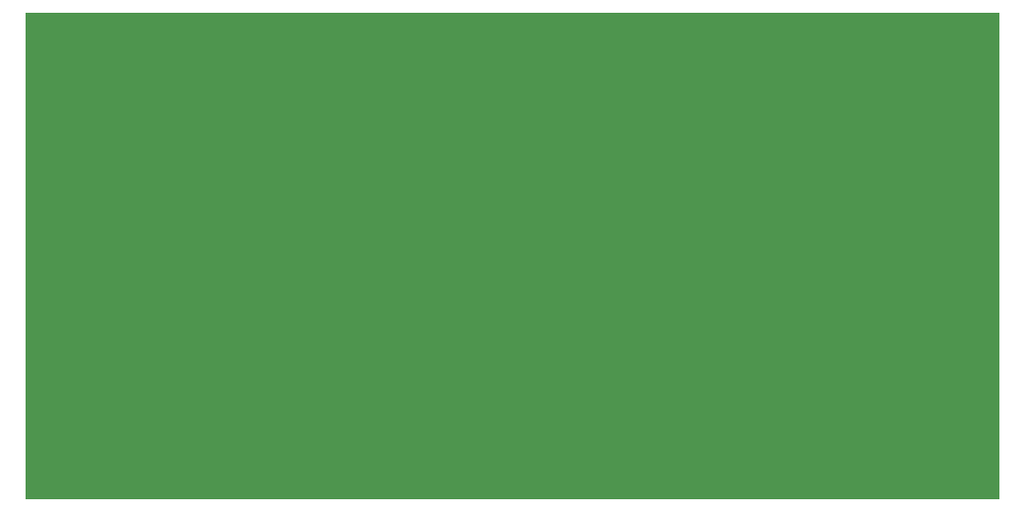
<source format=gbr>
G04 DipTrace 2.4.0.2*
%INBoard.gbr*%
%MOIN*%
%ADD11C,0.0055*%
%FSLAX44Y44*%
G04*
G70*
G90*
G75*
G01*
%LNBoardPoly*%
%LPD*%
G36*
X3937Y20437D2*
D11*
X36937D1*
Y3937D1*
X3937D1*
Y20437D1*
G37*
M02*

</source>
